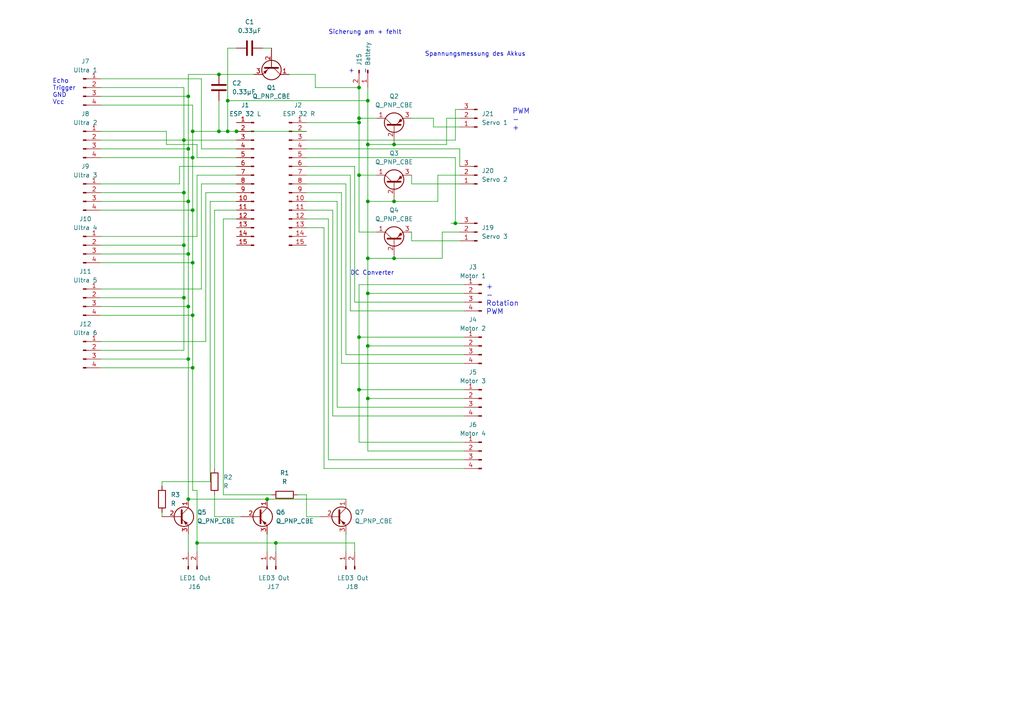
<source format=kicad_sch>
(kicad_sch (version 20230121) (generator eeschema)
  (paper "A4")
  (lib_symbols
    (symbol "Connector:Conn_01x02_Pin" (pin_names (offset 1.016) hide)
      (property "Reference" "J" (at 0 2.54 0))
      (property "Value" "Conn_01x02_Pin" (at 0 -5.08 0))
      (symbol "Conn_01x02_Pin_1_1"
        (polyline (pts (xy 1.27 -2.54) (xy 0.8636 -2.54)) (stroke (width 0.1524)))
        (polyline (pts (xy 1.27 0) (xy 0.8636 0)) (stroke (width 0.1524)))
        (rectangle (start 0.8636 -2.413) (end 0 -2.667) (stroke (width 0.1524)) (fill (type outline)))
        (rectangle (start 0.8636 0.127) (end 0 -0.127) (stroke (width 0.1524)) (fill (type outline)))
        (pin passive line (at 5.08 0 180) (length 3.81) (name "Pin_1") (number "1"))
        (pin passive line (at 5.08 -2.54 180) (length 3.81) (name "Pin_2") (number "2"))
      )
    )
    (symbol "Connector:Conn_01x03_Pin" (pin_names (offset 1.016) hide)
      (property "Reference" "J" (at 0 5.08 0))
      (property "Value" "Conn_01x03_Pin" (at 0 -5.08 0))
      (symbol "Conn_01x03_Pin_1_1"
        (polyline (pts (xy 1.27 -2.54) (xy 0.8636 -2.54)) (stroke (width 0.1524)))
        (polyline (pts (xy 1.27 0) (xy 0.8636 0)) (stroke (width 0.1524)))
        (polyline (pts (xy 1.27 2.54) (xy 0.8636 2.54)) (stroke (width 0.1524)))
        (rectangle (start 0.8636 -2.413) (end 0 -2.667) (stroke (width 0.1524)) (fill (type outline)))
        (rectangle (start 0.8636 0.127) (end 0 -0.127) (stroke (width 0.1524)) (fill (type outline)))
        (rectangle (start 0.8636 2.667) (end 0 2.413) (stroke (width 0.1524)) (fill (type outline)))
        (pin passive line (at 5.08 2.54 180) (length 3.81) (name "Pin_1") (number "1"))
        (pin passive line (at 5.08 0 180) (length 3.81) (name "Pin_2") (number "2"))
        (pin passive line (at 5.08 -2.54 180) (length 3.81) (name "Pin_3") (number "3"))
      )
    )
    (symbol "Connector:Conn_01x04_Pin" (pin_names (offset 1.016) hide)
      (property "Reference" "J" (at 0 5.08 0))
      (property "Value" "Conn_01x04_Pin" (at 0 -7.62 0))
      (symbol "Conn_01x04_Pin_1_1"
        (polyline (pts (xy 1.27 -5.08) (xy 0.8636 -5.08)) (stroke (width 0.1524)))
        (polyline (pts (xy 1.27 -2.54) (xy 0.8636 -2.54)) (stroke (width 0.1524)))
        (polyline (pts (xy 1.27 0) (xy 0.8636 0)) (stroke (width 0.1524)))
        (polyline (pts (xy 1.27 2.54) (xy 0.8636 2.54)) (stroke (width 0.1524)))
        (rectangle (start 0.8636 -4.953) (end 0 -5.207) (stroke (width 0.1524)) (fill (type outline)))
        (rectangle (start 0.8636 -2.413) (end 0 -2.667) (stroke (width 0.1524)) (fill (type outline)))
        (rectangle (start 0.8636 0.127) (end 0 -0.127) (stroke (width 0.1524)) (fill (type outline)))
        (rectangle (start 0.8636 2.667) (end 0 2.413) (stroke (width 0.1524)) (fill (type outline)))
        (pin passive line (at 5.08 2.54 180) (length 3.81) (name "Pin_1") (number "1"))
        (pin passive line (at 5.08 0 180) (length 3.81) (name "Pin_2") (number "2"))
        (pin passive line (at 5.08 -2.54 180) (length 3.81) (name "Pin_3") (number "3"))
        (pin passive line (at 5.08 -5.08 180) (length 3.81) (name "Pin_4") (number "4"))
      )
    )
    (symbol "Connector:Conn_01x15_Pin" (pin_names (offset 1.016) hide)
      (property "Reference" "J" (at 0 20.32 0))
      (property "Value" "Conn_01x15_Pin" (at 0 -20.32 0))
      (symbol "Conn_01x15_Pin_1_1"
        (polyline (pts (xy 1.27 -17.78) (xy 0.8636 -17.78)) (stroke (width 0.1524)))
        (polyline (pts (xy 1.27 -15.24) (xy 0.8636 -15.24)) (stroke (width 0.1524)))
        (polyline (pts (xy 1.27 -12.7) (xy 0.8636 -12.7)) (stroke (width 0.1524)))
        (polyline (pts (xy 1.27 -10.16) (xy 0.8636 -10.16)) (stroke (width 0.1524)))
        (polyline (pts (xy 1.27 -7.62) (xy 0.8636 -7.62)) (stroke (width 0.1524)))
        (polyline (pts (xy 1.27 -5.08) (xy 0.8636 -5.08)) (stroke (width 0.1524)))
        (polyline (pts (xy 1.27 -2.54) (xy 0.8636 -2.54)) (stroke (width 0.1524)))
        (polyline (pts (xy 1.27 0) (xy 0.8636 0)) (stroke (width 0.1524)))
        (polyline (pts (xy 1.27 2.54) (xy 0.8636 2.54)) (stroke (width 0.1524)))
        (polyline (pts (xy 1.27 5.08) (xy 0.8636 5.08)) (stroke (width 0.1524)))
        (polyline (pts (xy 1.27 7.62) (xy 0.8636 7.62)) (stroke (width 0.1524)))
        (polyline (pts (xy 1.27 10.16) (xy 0.8636 10.16)) (stroke (width 0.1524)))
        (polyline (pts (xy 1.27 12.7) (xy 0.8636 12.7)) (stroke (width 0.1524)))
        (polyline (pts (xy 1.27 15.24) (xy 0.8636 15.24)) (stroke (width 0.1524)))
        (polyline (pts (xy 1.27 17.78) (xy 0.8636 17.78)) (stroke (width 0.1524)))
        (rectangle (start 0.8636 -17.653) (end 0 -17.907) (stroke (width 0.1524)) (fill (type outline)))
        (rectangle (start 0.8636 -15.113) (end 0 -15.367) (stroke (width 0.1524)) (fill (type outline)))
        (rectangle (start 0.8636 -12.573) (end 0 -12.827) (stroke (width 0.1524)) (fill (type outline)))
        (rectangle (start 0.8636 -10.033) (end 0 -10.287) (stroke (width 0.1524)) (fill (type outline)))
        (rectangle (start 0.8636 -7.493) (end 0 -7.747) (stroke (width 0.1524)) (fill (type outline)))
        (rectangle (start 0.8636 -4.953) (end 0 -5.207) (stroke (width 0.1524)) (fill (type outline)))
        (rectangle (start 0.8636 -2.413) (end 0 -2.667) (stroke (width 0.1524)) (fill (type outline)))
        (rectangle (start 0.8636 0.127) (end 0 -0.127) (stroke (width 0.1524)) (fill (type outline)))
        (rectangle (start 0.8636 2.667) (end 0 2.413) (stroke (width 0.1524)) (fill (type outline)))
        (rectangle (start 0.8636 5.207) (end 0 4.953) (stroke (width 0.1524)) (fill (type outline)))
        (rectangle (start 0.8636 7.747) (end 0 7.493) (stroke (width 0.1524)) (fill (type outline)))
        (rectangle (start 0.8636 10.287) (end 0 10.033) (stroke (width 0.1524)) (fill (type outline)))
        (rectangle (start 0.8636 12.827) (end 0 12.573) (stroke (width 0.1524)) (fill (type outline)))
        (rectangle (start 0.8636 15.367) (end 0 15.113) (stroke (width 0.1524)) (fill (type outline)))
        (rectangle (start 0.8636 17.907) (end 0 17.653) (stroke (width 0.1524)) (fill (type outline)))
        (pin passive line (at 5.08 17.78 180) (length 3.81) (name "Pin_1") (number "1"))
        (pin passive line (at 5.08 -5.08 180) (length 3.81) (name "Pin_10") (number "10"))
        (pin passive line (at 5.08 -7.62 180) (length 3.81) (name "Pin_11") (number "11"))
        (pin passive line (at 5.08 -10.16 180) (length 3.81) (name "Pin_12") (number "12"))
        (pin passive line (at 5.08 -12.7 180) (length 3.81) (name "Pin_13") (number "13"))
        (pin passive line (at 5.08 -15.24 180) (length 3.81) (name "Pin_14") (number "14"))
        (pin passive line (at 5.08 -17.78 180) (length 3.81) (name "Pin_15") (number "15"))
        (pin passive line (at 5.08 15.24 180) (length 3.81) (name "Pin_2") (number "2"))
        (pin passive line (at 5.08 12.7 180) (length 3.81) (name "Pin_3") (number "3"))
        (pin passive line (at 5.08 10.16 180) (length 3.81) (name "Pin_4") (number "4"))
        (pin passive line (at 5.08 7.62 180) (length 3.81) (name "Pin_5") (number "5"))
        (pin passive line (at 5.08 5.08 180) (length 3.81) (name "Pin_6") (number "6"))
        (pin passive line (at 5.08 2.54 180) (length 3.81) (name "Pin_7") (number "7"))
        (pin passive line (at 5.08 0 180) (length 3.81) (name "Pin_8") (number "8"))
        (pin passive line (at 5.08 -2.54 180) (length 3.81) (name "Pin_9") (number "9"))
      )
    )
    (symbol "Device:C" (pin_numbers hide) (pin_names (offset 0.254))
      (property "Reference" "C" (at 0.635 2.54 0))
      (property "Value" "C" (at 0.635 -2.54 0))
      (symbol "C_0_1"
        (polyline (pts (xy -2.032 -0.762) (xy 2.032 -0.762)) (stroke (width 0.508)))
        (polyline (pts (xy -2.032 0.762) (xy 2.032 0.762)) (stroke (width 0.508)))
      )
      (symbol "C_1_1"
        (pin passive line (at 0 3.81 270) (length 2.794) (name "~") (number "1"))
        (pin passive line (at 0 -3.81 90) (length 2.794) (name "~") (number "2"))
      )
    )
    (symbol "Device:Q_PNP_CBE" (pin_names (offset 0) hide)
      (property "Reference" "Q" (at 5.08 1.27 0))
      (property "Value" "Q_PNP_CBE" (at 5.08 -1.27 0))
      (symbol "Q_PNP_CBE_0_1"
        (polyline (pts (xy 0.635 0.635) (xy 2.54 2.54)))
        (polyline (pts (xy 0.635 -0.635) (xy 2.54 -2.54) (xy 2.54 -2.54)))
        (polyline (pts (xy 0.635 1.905) (xy 0.635 -1.905) (xy 0.635 -1.905)) (stroke (width 0.508)))
        (polyline (pts (xy 2.286 -1.778) (xy 1.778 -2.286) (xy 1.27 -1.27) (xy 2.286 -1.778) (xy 2.286 -1.778)) (fill (type outline)))
        (circle (center 1.27 0) (radius 2.8194) (stroke (width 0.254)))
      )
      (symbol "Q_PNP_CBE_1_1"
        (pin passive line (at 2.54 5.08 270) (length 2.54) (name "C") (number "1"))
        (pin input line (at -5.08 0 0) (length 5.715) (name "B") (number "2"))
        (pin passive line (at 2.54 -5.08 90) (length 2.54) (name "E") (number "3"))
      )
    )
    (symbol "Device:R" (pin_numbers hide) (pin_names (offset 0))
      (property "Reference" "R" (at 2.032 0 90))
      (property "Value" "R" (at 0 0 90))
      (symbol "R_0_1"
        (rectangle (start -1.016 -2.54) (end 1.016 2.54) (stroke (width 0.254)))
      )
      (symbol "R_1_1"
        (pin passive line (at 0 3.81 270) (length 1.27) (name "~") (number "1"))
        (pin passive line (at 0 -3.81 90) (length 1.27) (name "~") (number "2"))
      )
    )
  )
  (junction (at 104.14 34.29))
  (junction (at 54.61 27.94))
  (junction (at 63.5 38.1))
  (junction (at 54.61 73.66))
  (junction (at 114.3 58.42))
  (junction (at 55.88 106.68))
  (junction (at 104.14 97.79))
  (junction (at 106.68 115.57))
  (junction (at 54.61 88.9))
  (junction (at 53.34 40.64))
  (junction (at 132.08 64.77))
  (junction (at 77.47 144.78))
  (junction (at 104.14 50.8))
  (junction (at 114.3 74.93))
  (junction (at 104.14 35.56))
  (junction (at 54.61 144.78))
  (junction (at 53.34 55.88))
  (junction (at 106.68 85.09))
  (junction (at 55.88 45.72))
  (junction (at 114.3 41.91))
  (junction (at 80.01 157.48))
  (junction (at 53.34 86.36))
  (junction (at 68.58 38.1))
  (junction (at 53.34 71.12))
  (junction (at 55.88 76.2))
  (junction (at 104.14 113.03))
  (junction (at 106.68 29.21))
  (junction (at 106.68 41.91))
  (junction (at 106.68 100.33))
  (junction (at 54.61 104.14))
  (junction (at 66.04 29.21))
  (junction (at 55.88 38.1))
  (junction (at 63.5 21.59))
  (junction (at 55.88 91.44))
  (junction (at 57.15 157.48))
  (junction (at 104.14 25.4))
  (junction (at 55.88 60.96))
  (junction (at 54.61 58.42))
  (junction (at 106.68 58.42))
  (junction (at 54.61 43.18))
  (junction (at 106.68 74.93))
  (junction (at 66.04 38.1))
  (wire (pts (xy 130.81 64.77) (xy 132.08 64.77)))
  (wire (pts (xy 114.3 74.93) (xy 128.27 74.93)))
  (wire (pts (xy 68.58 43.18) (xy 58.42 43.18)))
  (wire (pts (xy 63.5 21.59) (xy 54.61 21.59)))
  (wire (pts (xy 57.15 157.48) (xy 57.15 160.02)))
  (wire (pts (xy 77.47 154.94) (xy 77.47 160.02)))
  (wire (pts (xy 125.73 36.83) (xy 133.35 36.83)))
  (wire (pts (xy 58.42 53.34) (xy 58.42 83.82)))
  (wire (pts (xy 93.98 66.04) (xy 88.9 66.04)))
  (wire (pts (xy 104.14 113.03) (xy 104.14 97.79)))
  (wire (pts (xy 55.88 60.96) (xy 55.88 76.2)))
  (wire (pts (xy 106.68 29.21) (xy 106.68 41.91)))
  (wire (pts (xy 102.87 87.63) (xy 134.62 87.63)))
  (wire (pts (xy 64.77 143.51) (xy 78.74 143.51)))
  (wire (pts (xy 29.21 45.72) (xy 55.88 45.72)))
  (wire (pts (xy 134.62 97.79) (xy 104.14 97.79)))
  (wire (pts (xy 53.34 86.36) (xy 53.34 101.6)))
  (wire (pts (xy 104.14 25.4) (xy 104.14 34.29)))
  (wire (pts (xy 91.44 21.59) (xy 83.82 21.59)))
  (wire (pts (xy 68.58 40.64) (xy 53.34 40.64)))
  (wire (pts (xy 95.25 63.5) (xy 88.9 63.5)))
  (wire (pts (xy 88.9 55.88) (xy 99.06 55.88)))
  (wire (pts (xy 29.21 30.48) (xy 55.88 30.48)))
  (wire (pts (xy 106.68 115.57) (xy 134.62 115.57)))
  (wire (pts (xy 106.68 29.21) (xy 66.04 29.21)))
  (wire (pts (xy 54.61 27.94) (xy 54.61 43.18)))
  (wire (pts (xy 59.69 55.88) (xy 59.69 99.06)))
  (wire (pts (xy 134.62 105.41) (xy 99.06 105.41)))
  (wire (pts (xy 29.21 60.96) (xy 55.88 60.96)))
  (wire (pts (xy 88.9 35.56) (xy 104.14 35.56)))
  (wire (pts (xy 88.9 43.18) (xy 133.35 43.18)))
  (wire (pts (xy 102.87 87.63) (xy 102.87 48.26)))
  (wire (pts (xy 68.58 50.8) (xy 57.15 50.8)))
  (wire (pts (xy 29.21 27.94) (xy 54.61 27.94)))
  (wire (pts (xy 68.58 63.5) (xy 64.77 63.5)))
  (wire (pts (xy 29.21 91.44) (xy 55.88 91.44)))
  (wire (pts (xy 46.99 139.7) (xy 46.99 140.97)))
  (wire (pts (xy 53.34 25.4) (xy 53.34 40.64)))
  (wire (pts (xy 66.04 38.1) (xy 68.58 38.1)))
  (wire (pts (xy 66.04 13.97) (xy 66.04 29.21)))
  (wire (pts (xy 119.38 67.31) (xy 119.38 69.85)))
  (wire (pts (xy 55.88 142.24) (xy 57.15 142.24)))
  (wire (pts (xy 133.35 50.8) (xy 127 50.8)))
  (wire (pts (xy 55.88 38.1) (xy 55.88 45.72)))
  (wire (pts (xy 129.54 34.29) (xy 133.35 34.29)))
  (wire (pts (xy 68.58 55.88) (xy 59.69 55.88)))
  (wire (pts (xy 133.35 67.31) (xy 128.27 67.31)))
  (wire (pts (xy 134.62 82.55) (xy 104.14 82.55)))
  (wire (pts (xy 29.21 99.06) (xy 59.69 99.06)))
  (wire (pts (xy 104.14 35.56) (xy 104.14 50.8)))
  (wire (pts (xy 68.58 38.1) (xy 88.9 38.1)))
  (wire (pts (xy 66.04 13.97) (xy 68.58 13.97)))
  (wire (pts (xy 97.79 118.11) (xy 97.79 58.42)))
  (wire (pts (xy 106.68 41.91) (xy 114.3 41.91)))
  (wire (pts (xy 106.68 130.81) (xy 134.62 130.81)))
  (wire (pts (xy 29.21 73.66) (xy 54.61 73.66)))
  (wire (pts (xy 106.68 85.09) (xy 134.62 85.09)))
  (wire (pts (xy 132.08 64.77) (xy 133.35 64.77)))
  (wire (pts (xy 62.23 60.96) (xy 68.58 60.96)))
  (wire (pts (xy 54.61 154.94) (xy 54.61 160.02)))
  (wire (pts (xy 29.21 58.42) (xy 54.61 58.42)))
  (wire (pts (xy 53.34 40.64) (xy 53.34 55.88)))
  (wire (pts (xy 99.06 55.88) (xy 99.06 105.41)))
  (wire (pts (xy 95.25 133.35) (xy 134.62 133.35)))
  (wire (pts (xy 106.68 58.42) (xy 114.3 58.42)))
  (wire (pts (xy 55.88 45.72) (xy 55.88 60.96)))
  (wire (pts (xy 63.5 38.1) (xy 66.04 38.1)))
  (wire (pts (xy 57.15 157.48) (xy 80.01 157.48)))
  (wire (pts (xy 88.9 143.51) (xy 88.9 149.86)))
  (wire (pts (xy 55.88 38.1) (xy 63.5 38.1)))
  (wire (pts (xy 73.66 21.59) (xy 63.5 21.59)))
  (wire (pts (xy 29.21 55.88) (xy 53.34 55.88)))
  (wire (pts (xy 53.34 101.6) (xy 29.21 101.6)))
  (wire (pts (xy 29.21 104.14) (xy 54.61 104.14)))
  (wire (pts (xy 101.6 50.8) (xy 88.9 50.8)))
  (wire (pts (xy 101.6 50.8) (xy 101.6 90.17)))
  (wire (pts (xy 134.62 113.03) (xy 104.14 113.03)))
  (wire (pts (xy 54.61 144.78) (xy 77.47 144.78)))
  (wire (pts (xy 134.62 135.89) (xy 93.98 135.89)))
  (wire (pts (xy 91.44 21.59) (xy 91.44 25.4)))
  (wire (pts (xy 104.14 128.27) (xy 104.14 113.03)))
  (wire (pts (xy 119.38 69.85) (xy 133.35 69.85)))
  (wire (pts (xy 106.68 100.33) (xy 106.68 115.57)))
  (wire (pts (xy 102.87 157.48) (xy 102.87 160.02)))
  (wire (pts (xy 91.44 25.4) (xy 104.14 25.4)))
  (wire (pts (xy 55.88 91.44) (xy 55.88 106.68)))
  (wire (pts (xy 62.23 135.89) (xy 62.23 60.96)))
  (wire (pts (xy 57.15 41.91) (xy 48.26 41.91)))
  (wire (pts (xy 119.38 34.29) (xy 125.73 34.29)))
  (wire (pts (xy 53.34 55.88) (xy 53.34 71.12)))
  (wire (pts (xy 104.14 34.29) (xy 109.22 34.29)))
  (wire (pts (xy 80.01 157.48) (xy 102.87 157.48)))
  (wire (pts (xy 29.21 88.9) (xy 54.61 88.9)))
  (wire (pts (xy 58.42 22.86) (xy 58.42 43.18)))
  (wire (pts (xy 132.08 45.72) (xy 88.9 45.72)))
  (wire (pts (xy 54.61 21.59) (xy 54.61 27.94)))
  (wire (pts (xy 104.14 50.8) (xy 104.14 67.31)))
  (wire (pts (xy 60.96 58.42) (xy 60.96 139.7)))
  (wire (pts (xy 127 50.8) (xy 127 58.42)))
  (wire (pts (xy 119.38 50.8) (xy 119.38 53.34)))
  (wire (pts (xy 29.21 76.2) (xy 55.88 76.2)))
  (wire (pts (xy 80.01 157.48) (xy 80.01 160.02)))
  (wire (pts (xy 104.14 82.55) (xy 104.14 97.79)))
  (wire (pts (xy 57.15 45.72) (xy 57.15 41.91)))
  (wire (pts (xy 64.77 63.5) (xy 64.77 143.51)))
  (wire (pts (xy 60.96 139.7) (xy 46.99 139.7)))
  (wire (pts (xy 104.14 34.29) (xy 104.14 35.56)))
  (wire (pts (xy 29.21 106.68) (xy 55.88 106.68)))
  (wire (pts (xy 88.9 40.64) (xy 132.08 40.64)))
  (wire (pts (xy 52.07 48.26) (xy 52.07 53.34)))
  (wire (pts (xy 106.68 115.57) (xy 106.68 130.81)))
  (wire (pts (xy 54.61 104.14) (xy 54.61 144.78)))
  (wire (pts (xy 106.68 85.09) (xy 106.68 100.33)))
  (wire (pts (xy 96.52 60.96) (xy 88.9 60.96)))
  (wire (pts (xy 100.33 154.94) (xy 100.33 160.02)))
  (wire (pts (xy 54.61 88.9) (xy 54.61 104.14)))
  (wire (pts (xy 29.21 53.34) (xy 52.07 53.34)))
  (wire (pts (xy 132.08 64.77) (xy 132.08 45.72)))
  (wire (pts (xy 57.15 50.8) (xy 57.15 68.58)))
  (wire (pts (xy 104.14 50.8) (xy 109.22 50.8)))
  (wire (pts (xy 53.34 86.36) (xy 29.21 86.36)))
  (wire (pts (xy 68.58 45.72) (xy 57.15 45.72)))
  (wire (pts (xy 97.79 58.42) (xy 88.9 58.42)))
  (wire (pts (xy 100.33 53.34) (xy 100.33 102.87)))
  (wire (pts (xy 77.47 144.78) (xy 100.33 144.78)))
  (wire (pts (xy 46.99 148.59) (xy 46.99 149.86)))
  (wire (pts (xy 102.87 48.26) (xy 88.9 48.26)))
  (wire (pts (xy 125.73 34.29) (xy 125.73 36.83)))
  (wire (pts (xy 133.35 48.26) (xy 133.35 43.18)))
  (wire (pts (xy 95.25 133.35) (xy 95.25 63.5)))
  (wire (pts (xy 88.9 53.34) (xy 100.33 53.34)))
  (wire (pts (xy 29.21 40.64) (xy 53.34 40.64)))
  (wire (pts (xy 55.88 38.1) (xy 55.88 30.48)))
  (wire (pts (xy 104.14 67.31) (xy 109.22 67.31)))
  (wire (pts (xy 62.23 143.51) (xy 62.23 149.86)))
  (wire (pts (xy 133.35 53.34) (xy 119.38 53.34)))
  (wire (pts (xy 97.79 118.11) (xy 134.62 118.11)))
  (wire (pts (xy 132.08 31.75) (xy 133.35 31.75)))
  (wire (pts (xy 29.21 68.58) (xy 57.15 68.58)))
  (wire (pts (xy 106.68 74.93) (xy 106.68 85.09)))
  (wire (pts (xy 76.2 13.97) (xy 78.74 13.97)))
  (wire (pts (xy 114.3 41.91) (xy 129.54 41.91)))
  (wire (pts (xy 54.61 73.66) (xy 54.61 88.9)))
  (wire (pts (xy 128.27 67.31) (xy 128.27 74.93)))
  (wire (pts (xy 106.68 74.93) (xy 114.3 74.93)))
  (wire (pts (xy 53.34 71.12) (xy 53.34 86.36)))
  (wire (pts (xy 66.04 29.21) (xy 66.04 38.1)))
  (wire (pts (xy 134.62 90.17) (xy 101.6 90.17)))
  (wire (pts (xy 63.5 29.21) (xy 63.5 38.1)))
  (wire (pts (xy 96.52 120.65) (xy 96.52 60.96)))
  (wire (pts (xy 68.58 58.42) (xy 60.96 58.42)))
  (wire (pts (xy 48.26 38.1) (xy 48.26 41.91)))
  (wire (pts (xy 134.62 128.27) (xy 104.14 128.27)))
  (wire (pts (xy 86.36 143.51) (xy 88.9 143.51)))
  (wire (pts (xy 58.42 22.86) (xy 29.21 22.86)))
  (wire (pts (xy 54.61 58.42) (xy 54.61 73.66)))
  (wire (pts (xy 48.26 38.1) (xy 29.21 38.1)))
  (wire (pts (xy 57.15 142.24) (xy 57.15 157.48)))
  (wire (pts (xy 93.98 135.89) (xy 93.98 66.04)))
  (wire (pts (xy 88.9 149.86) (xy 92.71 149.86)))
  (wire (pts (xy 106.68 41.91) (xy 106.68 58.42)))
  (wire (pts (xy 55.88 76.2) (xy 55.88 91.44)))
  (wire (pts (xy 55.88 106.68) (xy 55.88 142.24)))
  (wire (pts (xy 53.34 71.12) (xy 29.21 71.12)))
  (wire (pts (xy 134.62 120.65) (xy 96.52 120.65)))
  (wire (pts (xy 114.3 58.42) (xy 127 58.42)))
  (wire (pts (xy 106.68 100.33) (xy 134.62 100.33)))
  (wire (pts (xy 106.68 58.42) (xy 106.68 74.93)))
  (wire (pts (xy 132.08 40.64) (xy 132.08 31.75)))
  (wire (pts (xy 62.23 149.86) (xy 69.85 149.86)))
  (wire (pts (xy 129.54 41.91) (xy 129.54 34.29)))
  (wire (pts (xy 53.34 25.4) (xy 29.21 25.4)))
  (wire (pts (xy 29.21 83.82) (xy 58.42 83.82)))
  (wire (pts (xy 54.61 43.18) (xy 54.61 58.42)))
  (wire (pts (xy 68.58 53.34) (xy 58.42 53.34)))
  (wire (pts (xy 29.21 43.18) (xy 54.61 43.18)))
  (wire (pts (xy 106.68 25.4) (xy 106.68 29.21)))
  (wire (pts (xy 68.58 48.26) (xy 52.07 48.26)))
  (wire (pts (xy 100.33 102.87) (xy 134.62 102.87)))
  (text "+\n-\nRotation\nPWM" (at 140.97 91.44 0) (effects (font (size 1.5 1.5)) (justify left bottom)))
  (text "DC Converter" (at 101.6 80.01 0) (effects (font (size 1.27 1.27)) (justify left bottom)))
  (text "Echo\nTrigger\nGND\nVcc" (at 15.24 30.48 0) (effects (font (size 1.27 1.27)) (justify left bottom)))
  (text "PWM\n-\n+" (at 148.59 38.1 0) (effects (font (size 1.5 1.5)) (justify left bottom)))
  (text "Sicherung am + fehlt" (at 95.25 10.16 0) (effects (font (size 1.27 1.27)) (justify left bottom)))
  (text "+\n\n-" (at 106.68 21.59 90) (effects (font (size 1.27 1.27)) (justify left bottom)))
  (text "Spannungsmessung des Akkus" (at 123.19 16.51 0) (effects (font (size 1.27 1.27)) (justify left bottom)))
  (symbol (lib_id "Connector:Conn_01x03_Pin") (at 138.43 34.29 180) (unit 1)
    (property "Reference" "J21" (at 139.7 33.02 0) (effects (justify right)))
    (property "Value" "Servo 1" (at 139.7 35.56 0) (effects (justify right)))
    (property "Footprint" "Connector_PinHeader_2.54mm:PinHeader_1x03_P2.54mm_Vertical" (effects hide))
  )
  (symbol (lib_id "Connector:Conn_01x04_Pin") (at 139.7 85.09 0) (mirror y) (unit 1)
    (property "Reference" "J3" (at 137.16 77.47 0))
    (property "Value" "Motor 1" (at 137.16 80.01 0))
    (property "Footprint" "Connector_PinHeader_2.54mm:PinHeader_1x04_P2.54mm_Vertical" (effects hide))
  )
  (symbol (lib_id "Device:R") (at 82.55 143.51 90) (unit 1)
    (property "Reference" "R1" (at 82.55 137.16 90))
    (property "Value" "R" (at 82.55 139.7 90))
    (property "Footprint" "Resistor_THT:R_Axial_DIN0207_L6.3mm_D2.5mm_P10.16mm_Horizontal" (effects hide))
  )
  (symbol (lib_id "Connector:Conn_01x04_Pin") (at 139.7 130.81 0) (mirror y) (unit 1)
    (property "Reference" "J6" (at 137.16 123.19 0))
    (property "Value" "Motor 4" (at 137.16 125.73 0))
    (property "Footprint" "Connector_PinHeader_2.54mm:PinHeader_1x04_P2.54mm_Vertical" (effects hide))
  )
  (symbol (lib_id "Connector:Conn_01x02_Pin") (at 100.33 165.1 90) (unit 1)
    (property "Reference" "J18" (at 100.33 170.18 90) (effects (justify right)))
    (property "Value" "LED3 Out" (at 97.79 167.64 90) (effects (justify right)))
    (property "Footprint" "Connector_PinHeader_2.54mm:PinHeader_1x02_P2.54mm_Vertical" (effects hide))
  )
  (symbol (lib_id "Device:Q_PNP_CBE") (at 114.3 53.34 90) (unit 1)
    (property "Reference" "Q3" (at 114.3 44.45 90))
    (property "Value" "Q_PNP_CBE" (at 114.3 46.99 90))
    (property "Footprint" "Connector_PinHeader_2.54mm:PinHeader_1x03_P2.54mm_Vertical" (effects hide))
  )
  (symbol (lib_id "Connector:Conn_01x02_Pin") (at 106.68 20.32 270) (unit 1)
    (property "Reference" "J15" (at 104.14 19.05 0) (effects (justify right)))
    (property "Value" "Battery" (at 106.68 19.05 0) (effects (justify right)))
    (property "Footprint" "Connector_Wire:SolderWire-0.5sqmm_1x02_P4.6mm_D0.9mm_OD2.1mm" (effects hide))
  )
  (symbol (lib_id "Connector:Conn_01x04_Pin") (at 24.13 55.88 0) (unit 1)
    (property "Reference" "J9" (at 24.765 48.26 0))
    (property "Value" "Ultra 3" (at 24.765 50.8 0))
    (property "Footprint" "Connector_PinHeader_2.54mm:PinHeader_1x04_P2.54mm_Vertical" (effects hide))
  )
  (symbol (lib_id "Device:Q_PNP_CBE") (at 52.07 149.86 0) (unit 1)
    (property "Reference" "Q5" (at 57.15 148.59 0) (effects (justify left)))
    (property "Value" "Q_PNP_CBE" (at 57.15 151.13 0) (effects (justify left)))
    (property "Footprint" "Connector_PinHeader_2.54mm:PinHeader_1x03_P2.54mm_Vertical" (effects hide))
  )
  (symbol (lib_id "Device:R") (at 62.23 139.7 0) (unit 1)
    (property "Reference" "R2" (at 64.77 138.43 0) (effects (justify left)))
    (property "Value" "R" (at 64.77 140.97 0) (effects (justify left)))
    (property "Footprint" "Resistor_THT:R_Axial_DIN0207_L6.3mm_D2.5mm_P10.16mm_Horizontal" (effects hide))
  )
  (symbol (lib_id "Device:C") (at 72.39 13.97 90) (unit 1)
    (property "Reference" "C1" (at 72.39 6.35 90))
    (property "Value" "0.33µF" (at 72.39 8.89 90))
  )
  (symbol (lib_id "Connector:Conn_01x03_Pin") (at 138.43 50.8 180) (unit 1)
    (property "Reference" "J20" (at 139.7 49.53 0) (effects (justify right)))
    (property "Value" "Servo 2" (at 139.7 52.07 0) (effects (justify right)))
    (property "Footprint" "Connector_PinHeader_2.54mm:PinHeader_1x03_P2.54mm_Vertical" (effects hide))
  )
  (symbol (lib_id "Connector:Conn_01x04_Pin") (at 24.13 101.6 0) (unit 1)
    (property "Reference" "J12" (at 24.765 93.98 0))
    (property "Value" "Ultra 6" (at 24.765 96.52 0))
    (property "Footprint" "Connector_PinHeader_2.54mm:PinHeader_1x04_P2.54mm_Vertical" (effects hide))
  )
  (symbol (lib_id "Device:Q_PNP_CBE") (at 114.3 36.83 90) (unit 1)
    (property "Reference" "Q2" (at 114.3 27.94 90))
    (property "Value" "Q_PNP_CBE" (at 114.3 30.48 90))
    (property "Footprint" "Connector_PinHeader_2.54mm:PinHeader_1x03_P2.54mm_Vertical" (effects hide))
  )
  (symbol (lib_id "Connector:Conn_01x04_Pin") (at 24.13 86.36 0) (unit 1)
    (property "Reference" "J11" (at 24.765 78.74 0))
    (property "Value" "Ultra 5" (at 24.765 81.28 0))
    (property "Footprint" "Connector_PinHeader_2.54mm:PinHeader_1x04_P2.54mm_Vertical" (effects hide))
  )
  (symbol (lib_id "Connector:Conn_01x04_Pin") (at 24.13 40.64 0) (unit 1)
    (property "Reference" "J8" (at 24.765 33.02 0))
    (property "Value" "Ultra 2" (at 24.765 35.56 0))
    (property "Footprint" "Connector_PinHeader_2.54mm:PinHeader_1x04_P2.54mm_Vertical" (effects hide))
  )
  (symbol (lib_id "Connector:Conn_01x04_Pin") (at 139.7 115.57 0) (mirror y) (unit 1)
    (property "Reference" "J5" (at 137.16 107.95 0))
    (property "Value" "Motor 3" (at 137.16 110.49 0))
    (property "Footprint" "Connector_PinHeader_2.54mm:PinHeader_1x04_P2.54mm_Vertical" (effects hide))
  )
  (symbol (lib_id "Connector:Conn_01x03_Pin") (at 138.43 67.31 180) (unit 1)
    (property "Reference" "J19" (at 139.7 66.04 0) (effects (justify right)))
    (property "Value" "Servo 3" (at 139.7 68.58 0) (effects (justify right)))
    (property "Footprint" "Connector_PinHeader_2.54mm:PinHeader_1x03_P2.54mm_Vertical" (effects hide))
  )
  (symbol (lib_id "Device:Q_PNP_CBE") (at 78.74 19.05 270) (unit 1)
    (property "Reference" "Q1" (at 78.74 25.4 90))
    (property "Value" "Q_PNP_CBE" (at 78.74 27.94 90))
    (property "Footprint" "Connector_PinHeader_2.54mm:PinHeader_1x03_P2.54mm_Vertical" (effects hide))
  )
  (symbol (lib_id "Connector:Conn_01x04_Pin") (at 139.7 100.33 0) (mirror y) (unit 1)
    (property "Reference" "J4" (at 137.16 92.71 0))
    (property "Value" "Motor 2" (at 137.16 95.25 0))
    (property "Footprint" "Connector_PinHeader_2.54mm:PinHeader_1x04_P2.54mm_Vertical" (effects hide))
  )
  (symbol (lib_id "Device:R") (at 46.99 144.78 0) (unit 1)
    (property "Reference" "R3" (at 49.53 143.51 0) (effects (justify left)))
    (property "Value" "R" (at 49.53 146.05 0) (effects (justify left)))
    (property "Footprint" "Resistor_THT:R_Axial_DIN0207_L6.3mm_D2.5mm_P10.16mm_Horizontal" (effects hide))
  )
  (symbol (lib_id "Connector:Conn_01x04_Pin") (at 24.13 71.12 0) (unit 1)
    (property "Reference" "J10" (at 24.765 63.5 0))
    (property "Value" "Ultra 4" (at 24.765 66.04 0))
    (property "Footprint" "Connector_PinHeader_2.54mm:PinHeader_1x04_P2.54mm_Vertical" (effects hide))
  )
  (symbol (lib_id "Connector:Conn_01x15_Pin") (at 83.82 53.34 0) (unit 1)
    (property "Reference" "J2" (at 87.63 30.48 0) (effects (justify right)))
    (property "Value" "ESP 32 R" (at 91.44 33.02 0) (effects (justify right)))
    (property "Footprint" "Connector_PinHeader_2.54mm:PinHeader_1x15_P2.54mm_Vertical" (effects hide))
  )
  (symbol (lib_id "Connector:Conn_01x02_Pin") (at 77.47 165.1 90) (unit 1)
    (property "Reference" "J17" (at 77.47 170.18 90) (effects (justify right)))
    (property "Value" "LED3 Out" (at 74.93 167.64 90) (effects (justify right)))
    (property "Footprint" "Connector_PinHeader_2.54mm:PinHeader_1x02_P2.54mm_Vertical" (effects hide))
  )
  (symbol (lib_id "Connector:Conn_01x02_Pin") (at 54.61 165.1 90) (unit 1)
    (property "Reference" "J16" (at 54.61 170.18 90) (effects (justify right)))
    (property "Value" "LED1 Out" (at 52.07 167.64 90) (effects (justify right)))
    (property "Footprint" "Connector_PinHeader_2.54mm:PinHeader_1x02_P2.54mm_Vertical" (effects hide))
  )
  (symbol (lib_id "Connector:Conn_01x15_Pin") (at 73.66 53.34 0) (mirror y) (unit 1)
    (property "Reference" "J1" (at 71.12 30.48 0))
    (property "Value" "ESP 32 L" (at 71.12 33.02 0))
    (property "Footprint" "Connector_PinHeader_2.54mm:PinHeader_1x15_P2.54mm_Vertical" (effects hide))
  )
  (symbol (lib_id "Device:Q_PNP_CBE") (at 74.93 149.86 0) (unit 1)
    (property "Reference" "Q6" (at 80.01 148.59 0) (effects (justify left)))
    (property "Value" "Q_PNP_CBE" (at 80.01 151.13 0) (effects (justify left)))
    (property "Footprint" "Connector_PinHeader_2.54mm:PinHeader_1x03_P2.54mm_Vertical" (effects hide))
  )
  (symbol (lib_id "Device:Q_PNP_CBE") (at 97.79 149.86 0) (unit 1)
    (property "Reference" "Q7" (at 102.87 148.59 0) (effects (justify left)))
    (property "Value" "Q_PNP_CBE" (at 102.87 151.13 0) (effects (justify left)))
    (property "Footprint" "Connector_PinHeader_2.54mm:PinHeader_1x03_P2.54mm_Vertical" (effects hide))
  )
  (symbol (lib_id "Connector:Conn_01x04_Pin") (at 24.13 25.4 0) (unit 1)
    (property "Reference" "J7" (at 24.765 17.78 0))
    (property "Value" "Ultra 1" (at 24.765 20.32 0))
    (property "Footprint" "Connector_PinHeader_2.54mm:PinHeader_1x04_P2.54mm_Vertical" (effects hide))
  )
  (symbol (lib_id "Device:C") (at 63.5 25.4 180) (unit 1)
    (property "Reference" "C2" (at 67.31 24.13 0) (effects (justify right)))
    (property "Value" "0.33µF" (at 67.31 26.67 0) (effects (justify right)))
  )
  (symbol (lib_id "Device:Q_PNP_CBE") (at 114.3 69.85 90) (unit 1)
    (property "Reference" "Q4" (at 114.3 60.96 90))
    (property "Value" "Q_PNP_CBE" (at 114.3 63.5 90))
    (property "Footprint" "Connector_PinHeader_2.54mm:PinHeader_1x03_P2.54mm_Vertical" (effects hide))
  )
)
</source>
